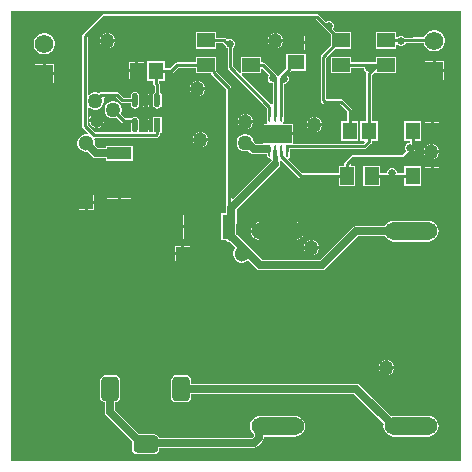
<source format=gbl>
G04*
G04 #@! TF.GenerationSoftware,Altium Limited,Altium Designer,22.3.1 (43)*
G04*
G04 Layer_Physical_Order=4*
G04 Layer_Color=16711680*
%FSLAX25Y25*%
%MOIN*%
G70*
G04*
G04 #@! TF.SameCoordinates,6ADC0360-3E08-4B8B-B3B3-E68A1261090F*
G04*
G04*
G04 #@! TF.FilePolarity,Positive*
G04*
G01*
G75*
%ADD18R,0.04331X0.08071*%
%ADD19C,0.02500*%
%ADD23R,0.06181X0.06181*%
%ADD24C,0.06181*%
%ADD25C,0.05118*%
%ADD26R,0.05118X0.05118*%
%ADD29R,0.05118X0.05118*%
%ADD31C,0.02500*%
%ADD32C,0.01000*%
G04:AMPARAMS|DCode=33|XSize=82.68mil|YSize=59.06mil|CornerRadius=14.76mil|HoleSize=0mil|Usage=FLASHONLY|Rotation=180.000|XOffset=0mil|YOffset=0mil|HoleType=Round|Shape=RoundedRectangle|*
%AMROUNDEDRECTD33*
21,1,0.08268,0.02953,0,0,180.0*
21,1,0.05315,0.05906,0,0,180.0*
1,1,0.02953,-0.02657,0.01476*
1,1,0.02953,0.02657,0.01476*
1,1,0.02953,0.02657,-0.01476*
1,1,0.02953,-0.02657,-0.01476*
%
%ADD33ROUNDEDRECTD33*%
G04:AMPARAMS|DCode=34|XSize=82.68mil|YSize=59.06mil|CornerRadius=14.76mil|HoleSize=0mil|Usage=FLASHONLY|Rotation=90.000|XOffset=0mil|YOffset=0mil|HoleType=Round|Shape=RoundedRectangle|*
%AMROUNDEDRECTD34*
21,1,0.08268,0.02953,0,0,90.0*
21,1,0.05315,0.05906,0,0,90.0*
1,1,0.02953,0.01476,0.02657*
1,1,0.02953,0.01476,-0.02657*
1,1,0.02953,-0.01476,-0.02657*
1,1,0.02953,-0.01476,0.02657*
%
%ADD34ROUNDEDRECTD34*%
%ADD35C,0.05000*%
G04:AMPARAMS|DCode=36|XSize=175.2mil|YSize=59.84mil|CornerRadius=29.92mil|HoleSize=0mil|Usage=FLASHONLY|Rotation=0.000|XOffset=0mil|YOffset=0mil|HoleType=Round|Shape=RoundedRectangle|*
%AMROUNDEDRECTD36*
21,1,0.17520,0.00000,0,0,0.0*
21,1,0.11536,0.05984,0,0,0.0*
1,1,0.05984,0.05768,0.00000*
1,1,0.05984,-0.05768,0.00000*
1,1,0.05984,-0.05768,0.00000*
1,1,0.05984,0.05768,0.00000*
%
%ADD36ROUNDEDRECTD36*%
%ADD37R,0.08071X0.04331*%
%ADD38R,0.09764X0.06496*%
%ADD39R,0.00955X0.03862*%
G04:AMPARAMS|DCode=40|XSize=38.62mil|YSize=9.55mil|CornerRadius=4.77mil|HoleSize=0mil|Usage=FLASHONLY|Rotation=90.000|XOffset=0mil|YOffset=0mil|HoleType=Round|Shape=RoundedRectangle|*
%AMROUNDEDRECTD40*
21,1,0.03862,0.00000,0,0,90.0*
21,1,0.02908,0.00955,0,0,90.0*
1,1,0.00955,0.00000,0.01454*
1,1,0.00955,0.00000,-0.01454*
1,1,0.00955,0.00000,-0.01454*
1,1,0.00955,0.00000,0.01454*
%
%ADD40ROUNDEDRECTD40*%
G04:AMPARAMS|DCode=41|XSize=47.45mil|YSize=20.86mil|CornerRadius=10.43mil|HoleSize=0mil|Usage=FLASHONLY|Rotation=90.000|XOffset=0mil|YOffset=0mil|HoleType=Round|Shape=RoundedRectangle|*
%AMROUNDEDRECTD41*
21,1,0.04745,0.00000,0,0,90.0*
21,1,0.02659,0.02086,0,0,90.0*
1,1,0.02086,0.00000,0.01330*
1,1,0.02086,0.00000,-0.01330*
1,1,0.02086,0.00000,-0.01330*
1,1,0.02086,0.00000,0.01330*
%
%ADD41ROUNDEDRECTD41*%
%ADD42R,0.02086X0.04745*%
%ADD43R,0.05938X0.04750*%
%ADD44R,0.04940X0.05733*%
%ADD45R,0.05733X0.04940*%
%ADD46R,0.04750X0.05938*%
%ADD47C,0.01200*%
%ADD48C,0.01600*%
G36*
X0Y0D02*
X-150000D01*
Y150000D01*
X0D01*
Y0D01*
D02*
G37*
%LPC*%
G36*
X-8540Y143491D02*
X-9460D01*
X-10347Y143253D01*
X-11143Y142793D01*
X-11793Y142143D01*
X-12253Y141347D01*
X-12314Y141118D01*
X-16100D01*
X-16416Y141055D01*
X-18721D01*
X-19065Y141399D01*
X-19672Y141650D01*
X-20328D01*
X-20935Y141399D01*
X-21131Y141202D01*
X-21631Y141410D01*
Y142912D01*
X-28369D01*
Y137362D01*
X-21631D01*
Y138591D01*
X-21131Y138798D01*
X-20935Y138601D01*
X-20328Y138350D01*
X-19672D01*
X-19065Y138601D01*
X-18601Y139065D01*
X-18537Y139220D01*
X-16163D01*
X-15847Y139282D01*
X-12421D01*
X-12253Y138653D01*
X-11793Y137857D01*
X-11143Y137207D01*
X-10347Y136747D01*
X-9460Y136509D01*
X-8540D01*
X-7653Y136747D01*
X-6857Y137207D01*
X-6207Y137857D01*
X-5747Y138653D01*
X-5509Y139541D01*
Y140460D01*
X-5747Y141347D01*
X-6207Y142143D01*
X-6857Y142793D01*
X-7653Y143253D01*
X-8540Y143491D01*
D02*
G37*
G36*
X-67031Y142512D02*
X-69500D01*
Y140637D01*
X-67031D01*
Y142512D01*
D02*
G37*
G36*
X-70500D02*
X-72969D01*
Y140637D01*
X-70500D01*
Y142512D01*
D02*
G37*
G36*
X-61500Y142499D02*
Y140500D01*
X-59501D01*
X-59881Y141416D01*
X-60584Y142119D01*
X-61500Y142499D01*
D02*
G37*
G36*
X-62500D02*
X-63416Y142119D01*
X-64119Y141416D01*
X-64499Y140500D01*
X-62500D01*
Y142499D01*
D02*
G37*
G36*
X-117500D02*
Y140500D01*
X-115501D01*
X-115881Y141416D01*
X-116584Y142119D01*
X-117500Y142499D01*
D02*
G37*
G36*
X-118500D02*
X-119416Y142119D01*
X-120119Y141416D01*
X-120499Y140500D01*
X-118500D01*
Y142499D01*
D02*
G37*
G36*
X-52134Y141721D02*
X-54500D01*
Y139751D01*
X-52134D01*
Y141721D01*
D02*
G37*
G36*
X-55500D02*
X-57867D01*
Y139751D01*
X-55500D01*
Y141721D01*
D02*
G37*
G36*
X-67031Y139637D02*
X-69500D01*
Y137762D01*
X-67031D01*
Y139637D01*
D02*
G37*
G36*
X-70500D02*
X-72969D01*
Y137762D01*
X-70500D01*
Y139637D01*
D02*
G37*
G36*
X-59501Y139500D02*
X-61500D01*
Y137501D01*
X-60584Y137881D01*
X-59881Y138584D01*
X-59501Y139500D01*
D02*
G37*
G36*
X-62500D02*
X-64499D01*
X-64119Y138584D01*
X-63416Y137881D01*
X-62500Y137501D01*
Y139500D01*
D02*
G37*
G36*
X-115501D02*
X-117500D01*
Y137501D01*
X-116584Y137881D01*
X-115881Y138584D01*
X-115501Y139500D01*
D02*
G37*
G36*
X-118500D02*
X-120499D01*
X-120119Y138584D01*
X-119416Y137881D01*
X-118500Y137501D01*
Y139500D01*
D02*
G37*
G36*
X-52134Y138751D02*
X-54500D01*
Y136781D01*
X-52134D01*
Y138751D01*
D02*
G37*
G36*
X-55500D02*
X-57867D01*
Y136781D01*
X-55500D01*
Y138751D01*
D02*
G37*
G36*
X-138540Y142491D02*
X-139460D01*
X-140347Y142253D01*
X-141143Y141793D01*
X-141793Y141143D01*
X-142253Y140347D01*
X-142491Y139460D01*
Y138540D01*
X-142253Y137653D01*
X-141793Y136857D01*
X-141143Y136207D01*
X-140347Y135747D01*
X-139460Y135509D01*
X-138540D01*
X-137653Y135747D01*
X-136857Y136207D01*
X-136207Y136857D01*
X-135747Y137653D01*
X-135509Y138540D01*
Y139460D01*
X-135747Y140347D01*
X-136207Y141143D01*
X-136857Y141793D01*
X-137653Y142253D01*
X-138540Y142491D01*
D02*
G37*
G36*
X-21631Y134638D02*
X-28369D01*
Y132780D01*
X-36631D01*
Y134638D01*
X-43369D01*
Y129088D01*
X-36631D01*
Y130945D01*
X-32519D01*
Y130617D01*
X-32267Y130010D01*
X-31803Y129546D01*
X-31598Y129461D01*
X-31667Y129114D01*
Y113267D01*
X-33619D01*
Y106734D01*
X-32371D01*
X-32164Y106234D01*
X-32680Y105718D01*
X-55632D01*
X-56118Y105752D01*
X-56118Y106218D01*
Y108500D01*
X-61000D01*
X-65882D01*
Y106094D01*
X-65882Y105752D01*
X-66316Y105594D01*
X-68538D01*
X-69100Y106156D01*
Y106382D01*
X-69298Y107119D01*
X-69679Y107781D01*
X-70219Y108321D01*
X-70881Y108702D01*
X-71618Y108900D01*
X-72382D01*
X-73119Y108702D01*
X-73781Y108321D01*
X-74321Y107781D01*
X-74702Y107119D01*
X-74900Y106382D01*
Y105618D01*
X-74702Y104881D01*
X-74321Y104219D01*
X-73781Y103679D01*
X-73119Y103298D01*
X-72382Y103100D01*
X-71618D01*
X-70975Y103272D01*
X-70424Y102722D01*
X-70174Y102554D01*
X-69879Y102357D01*
X-69879Y102357D01*
X-69879Y102357D01*
X-69235Y102229D01*
X-69235Y102229D01*
X-69235Y102229D01*
X-64847D01*
Y101776D01*
X-64779Y101434D01*
X-64585Y101144D01*
X-64295Y100950D01*
X-63953Y100882D01*
X-63723Y100927D01*
X-63359Y100728D01*
X-63261Y100640D01*
X-63251Y100128D01*
X-76124Y87255D01*
X-76586Y87446D01*
Y124367D01*
X-76656Y124718D01*
X-76855Y125016D01*
X-81613Y129774D01*
Y129988D01*
X-81631Y130077D01*
Y134638D01*
X-88369D01*
Y132780D01*
X-94900D01*
X-95251Y132711D01*
X-95549Y132512D01*
X-97143Y130918D01*
X-98879D01*
Y133266D01*
X-104619D01*
Y126734D01*
X-102666D01*
Y125749D01*
X-102597Y125398D01*
X-102398Y125100D01*
X-102177Y124880D01*
Y122588D01*
X-102300Y122506D01*
X-102619Y122028D01*
X-102731Y121465D01*
Y118806D01*
X-102619Y118243D01*
X-102300Y117766D01*
X-101823Y117447D01*
X-101260Y117335D01*
X-100697Y117447D01*
X-100220Y117766D01*
X-99901Y118243D01*
X-99789Y118806D01*
Y121465D01*
X-99901Y122028D01*
X-100220Y122506D01*
X-100342Y122588D01*
Y125260D01*
X-100412Y125611D01*
X-100611Y125909D01*
X-100831Y126129D01*
Y126734D01*
X-98879D01*
Y129082D01*
X-96763D01*
X-96412Y129152D01*
X-96114Y129351D01*
X-94520Y130945D01*
X-88369D01*
Y129088D01*
X-83388D01*
X-83379Y129043D01*
X-83180Y128745D01*
X-78422Y123987D01*
Y82435D01*
X-80069D01*
Y73565D01*
X-78355D01*
X-78352Y73549D01*
X-78153Y73251D01*
X-77855Y73052D01*
X-77504Y72982D01*
X-77071D01*
X-76890Y72710D01*
X-75261Y71082D01*
X-75525Y70817D01*
X-75915Y70142D01*
X-76116Y69390D01*
Y68610D01*
X-75915Y67858D01*
X-75525Y67183D01*
X-74974Y66632D01*
X-74300Y66243D01*
X-73547Y66041D01*
X-72768D01*
X-72015Y66243D01*
X-71341Y66632D01*
X-71076Y66897D01*
X-68190Y64010D01*
X-67644Y63646D01*
X-67000Y63518D01*
X-67000Y63518D01*
X-46400D01*
X-45756Y63646D01*
X-45210Y64010D01*
X-34403Y74818D01*
X-25499D01*
X-25487Y74789D01*
X-24943Y74081D01*
X-24234Y73537D01*
X-23409Y73195D01*
X-22524Y73079D01*
X-10988D01*
X-10103Y73195D01*
X-9278Y73537D01*
X-8569Y74081D01*
X-8025Y74789D01*
X-7683Y75615D01*
X-7567Y76500D01*
X-7683Y77385D01*
X-8025Y78211D01*
X-8569Y78919D01*
X-9278Y79463D01*
X-10103Y79805D01*
X-10988Y79921D01*
X-22524D01*
X-23409Y79805D01*
X-24234Y79463D01*
X-24943Y78919D01*
X-25487Y78211D01*
X-25499Y78182D01*
X-35100D01*
X-35744Y78054D01*
X-36290Y77690D01*
X-36290Y77690D01*
X-47097Y66882D01*
X-66303D01*
X-74510Y75090D01*
X-74939Y75376D01*
Y78753D01*
X-74906Y78915D01*
Y83714D01*
X-60810Y97810D01*
X-60446Y98356D01*
X-60318Y99000D01*
X-60446Y99644D01*
X-60564Y99820D01*
X-60510Y100007D01*
X-59948Y100152D01*
X-54147Y94351D01*
X-53849Y94152D01*
X-53498Y94082D01*
X-40912D01*
Y91631D01*
X-35362D01*
Y98369D01*
X-36626D01*
X-36833Y98869D01*
X-35620Y100082D01*
X-19251D01*
X-18900Y100152D01*
X-18602Y100351D01*
X-15602Y103351D01*
X-15403Y103649D01*
X-15334Y104000D01*
Y106734D01*
X-13382D01*
Y113267D01*
X-19121D01*
Y106734D01*
X-17169D01*
Y106030D01*
X-17497D01*
X-18103Y105779D01*
X-18568Y105315D01*
X-18819Y104708D01*
Y104052D01*
X-18568Y103445D01*
X-18336Y103213D01*
X-19631Y101918D01*
X-36000D01*
X-36351Y101848D01*
X-36649Y101649D01*
X-38786Y99512D01*
X-38985Y99214D01*
X-39055Y98863D01*
Y98369D01*
X-40912D01*
Y95918D01*
X-53118D01*
X-57638Y100437D01*
X-57446Y100899D01*
X-57170D01*
Y103027D01*
X-57130Y103230D01*
Y103882D01*
X-32300D01*
X-31949Y103952D01*
X-31651Y104151D01*
X-30100Y105702D01*
X-29901Y106000D01*
X-29831Y106351D01*
Y106734D01*
X-27879D01*
Y113267D01*
X-29831D01*
Y128734D01*
X-28831Y129734D01*
X-28369Y129543D01*
Y129088D01*
X-21631D01*
Y134638D01*
D02*
G37*
G36*
X-5909Y133091D02*
X-8500D01*
Y130500D01*
X-5909D01*
Y133091D01*
D02*
G37*
G36*
X-105781Y132867D02*
X-107751D01*
Y130500D01*
X-105781D01*
Y132867D01*
D02*
G37*
G36*
X-108751D02*
X-110721D01*
Y130500D01*
X-108751D01*
Y132867D01*
D02*
G37*
G36*
X-9500Y133091D02*
X-12091D01*
Y130500D01*
X-9500D01*
Y133091D01*
D02*
G37*
G36*
X-135909Y132091D02*
X-138500D01*
Y129500D01*
X-135909D01*
Y132091D01*
D02*
G37*
G36*
X-139500D02*
X-142091D01*
Y129500D01*
X-139500D01*
Y132091D01*
D02*
G37*
G36*
X-105781Y129500D02*
X-107751D01*
Y127134D01*
X-105781D01*
Y129500D01*
D02*
G37*
G36*
X-108751D02*
X-110721D01*
Y127134D01*
X-108751D01*
Y129500D01*
D02*
G37*
G36*
X-5909D02*
X-8500D01*
Y126909D01*
X-5909D01*
Y129500D01*
D02*
G37*
G36*
X-9500D02*
X-12091D01*
Y126909D01*
X-9500D01*
Y129500D01*
D02*
G37*
G36*
X-135909Y128500D02*
X-138500D01*
Y125909D01*
X-135909D01*
Y128500D01*
D02*
G37*
G36*
X-139500D02*
X-142091D01*
Y125909D01*
X-139500D01*
Y128500D01*
D02*
G37*
G36*
X-87500Y126499D02*
Y124500D01*
X-85501D01*
X-85881Y125416D01*
X-86584Y126119D01*
X-87500Y126499D01*
D02*
G37*
G36*
X-88500D02*
X-89416Y126119D01*
X-90119Y125416D01*
X-90499Y124500D01*
X-88500D01*
Y126499D01*
D02*
G37*
G36*
X-85501Y123500D02*
X-87500D01*
Y121501D01*
X-86584Y121881D01*
X-85881Y122584D01*
X-85501Y123500D01*
D02*
G37*
G36*
X-88500D02*
X-90499D01*
X-90119Y122584D01*
X-89416Y121881D01*
X-88500Y121501D01*
Y123500D01*
D02*
G37*
G36*
X-104500Y122386D02*
Y120636D01*
X-103937D01*
Y121465D01*
X-104018Y121872D01*
X-104248Y122217D01*
X-104500Y122386D01*
D02*
G37*
G36*
X-105500D02*
X-105752Y122217D01*
X-105982Y121872D01*
X-106063Y121465D01*
Y120636D01*
X-105500D01*
Y122386D01*
D02*
G37*
G36*
X-103937Y119636D02*
X-104500D01*
Y117886D01*
X-104248Y118054D01*
X-104018Y118399D01*
X-103937Y118806D01*
Y119636D01*
D02*
G37*
G36*
X-105500D02*
X-106063D01*
Y118806D01*
X-105982Y118399D01*
X-105752Y118054D01*
X-105500Y117886D01*
Y119636D01*
D02*
G37*
G36*
X-57547Y116264D02*
Y115270D01*
X-57531D01*
Y116224D01*
X-57547Y116264D01*
D02*
G37*
G36*
X-58547D02*
X-58564Y116224D01*
Y115270D01*
X-58547D01*
Y116264D01*
D02*
G37*
G36*
X-121000Y116000D02*
Y114001D01*
X-119001D01*
X-119381Y114917D01*
X-120084Y115621D01*
X-121000Y116000D01*
D02*
G37*
G36*
X-122000D02*
X-122916Y115621D01*
X-123619Y114917D01*
X-123999Y114001D01*
X-122000D01*
Y116000D01*
D02*
G37*
G36*
X-71500Y115499D02*
Y113500D01*
X-69501D01*
X-69881Y114416D01*
X-70584Y115119D01*
X-71500Y115499D01*
D02*
G37*
G36*
X-72500D02*
X-73416Y115119D01*
X-74119Y114416D01*
X-74499Y113500D01*
X-72500D01*
Y115499D01*
D02*
G37*
G36*
X-57531Y114270D02*
X-57547D01*
Y113276D01*
X-57531Y113316D01*
Y114270D01*
D02*
G37*
G36*
X-58547D02*
X-58564D01*
Y113316D01*
X-58547Y113276D01*
Y114270D01*
D02*
G37*
G36*
X-48500Y114499D02*
Y112500D01*
X-46501D01*
X-46881Y113416D01*
X-47584Y114119D01*
X-48500Y114499D01*
D02*
G37*
G36*
X-49500D02*
X-50416Y114119D01*
X-51119Y113416D01*
X-51499Y112500D01*
X-49500D01*
Y114499D01*
D02*
G37*
G36*
X-104500Y114114D02*
Y112364D01*
X-103937D01*
Y113194D01*
X-104018Y113601D01*
X-104248Y113946D01*
X-104500Y114114D01*
D02*
G37*
G36*
X-105500D02*
X-105752Y113946D01*
X-105982Y113601D01*
X-106063Y113194D01*
Y112364D01*
X-105500D01*
Y114114D01*
D02*
G37*
G36*
X-119001Y113001D02*
X-121000D01*
Y111002D01*
X-120084Y111382D01*
X-119381Y112085D01*
X-119001Y113001D01*
D02*
G37*
G36*
X-122000D02*
X-123999D01*
X-123619Y112085D01*
X-122916Y111382D01*
X-122000Y111002D01*
Y113001D01*
D02*
G37*
G36*
X-69501Y112500D02*
X-71500D01*
Y110501D01*
X-70584Y110881D01*
X-69881Y111584D01*
X-69501Y112500D01*
D02*
G37*
G36*
X-72500D02*
X-74499D01*
X-74119Y111584D01*
X-73416Y110881D01*
X-72500Y110501D01*
Y112500D01*
D02*
G37*
G36*
X-7279Y112866D02*
X-9249D01*
Y110500D01*
X-7279D01*
Y112866D01*
D02*
G37*
G36*
X-10249D02*
X-12219D01*
Y110500D01*
X-10249D01*
Y112866D01*
D02*
G37*
G36*
X-46501Y111500D02*
X-48500D01*
Y109501D01*
X-47584Y109881D01*
X-46881Y110584D01*
X-46501Y111500D01*
D02*
G37*
G36*
X-49500D02*
X-51499D01*
X-51119Y110584D01*
X-50416Y109881D01*
X-49500Y109501D01*
Y111500D01*
D02*
G37*
G36*
X-81631Y142912D02*
X-88369D01*
Y137362D01*
X-81631D01*
Y139220D01*
X-79517D01*
X-78424Y138126D01*
X-78399Y138065D01*
X-77935Y137601D01*
X-77918Y137594D01*
Y131100D01*
X-77848Y130749D01*
X-77649Y130451D01*
X-64870Y117673D01*
Y114770D01*
X-64847Y114654D01*
Y113316D01*
X-64779Y112974D01*
X-64628Y112748D01*
X-64702Y112479D01*
X-64834Y112248D01*
X-65882D01*
Y109500D01*
X-61000D01*
X-56118D01*
Y112248D01*
X-59135D01*
X-59267Y112479D01*
X-59340Y112748D01*
X-59189Y112974D01*
X-59121Y113316D01*
Y114654D01*
X-59098Y114770D01*
Y125703D01*
X-58770D01*
X-58163Y125954D01*
X-57699Y126418D01*
X-57448Y127025D01*
Y127681D01*
X-57699Y128288D01*
X-57931Y128520D01*
X-56718Y129733D01*
X-56620Y129879D01*
X-51733D01*
Y135619D01*
X-58267D01*
Y130868D01*
X-58284Y130779D01*
Y130762D01*
X-60665Y128382D01*
X-60684Y128353D01*
X-60719Y128341D01*
X-61263Y128387D01*
X-61335Y128496D01*
X-65351Y132512D01*
X-65649Y132711D01*
X-66000Y132780D01*
X-66631D01*
Y134638D01*
X-73369D01*
Y129474D01*
X-73869Y129267D01*
X-76082Y131480D01*
Y137594D01*
X-76065Y137601D01*
X-75601Y138065D01*
X-75350Y138672D01*
Y139328D01*
X-75601Y139935D01*
X-76065Y140399D01*
X-76672Y140650D01*
X-77328D01*
X-77935Y140399D01*
X-78018Y140316D01*
X-78488Y140786D01*
X-78786Y140985D01*
X-79137Y141055D01*
X-81631D01*
Y142912D01*
D02*
G37*
G36*
X-86500Y109499D02*
Y107500D01*
X-84501D01*
X-84881Y108416D01*
X-85584Y109119D01*
X-86500Y109499D01*
D02*
G37*
G36*
X-87500D02*
X-88416Y109119D01*
X-89119Y108416D01*
X-89499Y107500D01*
X-87500D01*
Y109499D01*
D02*
G37*
G36*
X-7279Y109500D02*
X-9249D01*
Y107133D01*
X-7279D01*
Y109500D01*
D02*
G37*
G36*
X-10249D02*
X-12219D01*
Y107133D01*
X-10249D01*
Y109500D01*
D02*
G37*
G36*
X-48163Y148918D02*
X-119000D01*
X-119351Y148848D01*
X-119649Y148649D01*
X-126149Y142149D01*
X-126348Y141851D01*
X-126418Y141500D01*
Y111600D01*
X-126348Y111249D01*
X-126149Y110951D01*
X-124482Y109284D01*
X-124548Y109035D01*
X-124706Y108802D01*
X-125390D01*
X-126142Y108600D01*
X-126817Y108210D01*
X-127368Y107659D01*
X-127757Y106985D01*
X-127959Y106232D01*
Y105453D01*
X-127757Y104701D01*
X-127368Y104026D01*
X-126817Y103475D01*
X-126142Y103085D01*
X-125390Y102884D01*
X-124610D01*
X-124460Y102924D01*
X-122843Y101306D01*
X-122843Y101306D01*
X-122297Y100942D01*
X-121653Y100814D01*
X-121653Y100814D01*
X-118435D01*
Y99931D01*
X-109565D01*
Y105061D01*
X-118435D01*
Y104178D01*
X-120957D01*
X-122081Y105303D01*
X-122041Y105453D01*
Y106232D01*
X-122243Y106985D01*
X-122299Y107082D01*
X-122010Y107582D01*
X-101760D01*
X-101409Y107652D01*
X-101111Y107851D01*
X-100611Y108351D01*
X-100412Y108649D01*
X-100342Y109000D01*
Y109092D01*
X-99817D01*
Y114637D01*
X-102703D01*
Y109418D01*
X-103937D01*
X-103985Y109475D01*
X-104158Y109918D01*
X-104018Y110128D01*
X-103937Y110535D01*
Y111364D01*
X-105000D01*
X-106063D01*
Y110535D01*
X-105982Y110128D01*
X-105842Y109918D01*
X-106015Y109475D01*
X-106063Y109418D01*
X-107150D01*
X-107417Y109918D01*
X-107381Y109972D01*
X-107269Y110535D01*
Y113194D01*
X-107381Y113757D01*
X-107700Y114234D01*
X-108177Y114553D01*
X-108740Y114665D01*
X-109303Y114553D01*
X-109707Y114283D01*
X-111986D01*
X-113402Y115700D01*
X-113298Y115881D01*
X-113100Y116618D01*
Y117382D01*
X-113298Y118119D01*
X-113679Y118781D01*
X-114219Y119321D01*
X-114881Y119702D01*
X-115618Y119900D01*
X-116382D01*
X-117119Y119702D01*
X-117781Y119321D01*
X-118321Y118781D01*
X-118702Y118119D01*
X-118900Y117382D01*
Y116618D01*
X-118702Y115881D01*
X-118321Y115219D01*
X-117781Y114679D01*
X-117119Y114298D01*
X-116382Y114100D01*
X-115618D01*
X-114881Y114298D01*
X-114700Y114402D01*
X-113014Y112717D01*
X-112717Y112518D01*
X-112366Y112448D01*
X-110211D01*
Y110535D01*
X-110099Y109972D01*
X-110063Y109918D01*
X-110331Y109418D01*
X-122020D01*
X-124582Y111980D01*
Y117673D01*
X-124082Y117880D01*
X-123801Y117599D01*
X-123140Y117217D01*
X-122402Y117019D01*
X-121639D01*
X-120901Y117217D01*
X-120240Y117599D01*
X-119700Y118139D01*
X-119318Y118800D01*
X-119121Y119538D01*
Y120301D01*
X-119196Y120582D01*
X-118812Y121082D01*
X-115164D01*
X-113569Y119487D01*
X-113271Y119288D01*
X-112920Y119218D01*
X-110211D01*
Y118806D01*
X-110099Y118243D01*
X-109781Y117766D01*
X-109303Y117447D01*
X-108740Y117335D01*
X-108177Y117447D01*
X-107700Y117766D01*
X-107381Y118243D01*
X-107269Y118806D01*
Y121465D01*
X-107381Y122028D01*
X-107700Y122506D01*
X-108177Y122825D01*
X-108740Y122937D01*
X-109303Y122825D01*
X-109781Y122506D01*
X-110099Y122028D01*
X-110211Y121465D01*
Y121053D01*
X-112540D01*
X-114136Y122649D01*
X-114433Y122848D01*
X-114784Y122918D01*
X-120000D01*
X-120351Y122848D01*
X-120649Y122649D01*
X-120758Y122539D01*
X-120901Y122622D01*
X-121639Y122819D01*
X-122402D01*
X-123140Y122622D01*
X-123801Y122240D01*
X-124082Y121959D01*
X-124582Y122166D01*
Y141120D01*
X-118620Y147082D01*
X-48543D01*
X-43369Y141908D01*
Y138666D01*
X-46649Y135386D01*
X-46848Y135088D01*
X-46918Y134737D01*
Y129379D01*
Y128000D01*
Y120286D01*
X-46848Y119935D01*
X-46649Y119637D01*
X-46063Y119051D01*
X-45765Y118852D01*
X-45414Y118782D01*
X-40380D01*
X-38169Y116571D01*
Y113267D01*
X-40121D01*
Y106734D01*
X-34381D01*
Y113267D01*
X-36334D01*
Y116951D01*
X-36403Y117302D01*
X-36602Y117600D01*
X-39351Y120349D01*
X-39649Y120548D01*
X-40000Y120618D01*
X-45034D01*
X-45082Y120666D01*
Y128000D01*
Y134357D01*
X-42077Y137362D01*
X-36631D01*
Y142912D01*
X-41791D01*
X-41820Y142955D01*
X-42766Y143901D01*
X-42601Y144065D01*
X-42350Y144672D01*
Y145328D01*
X-42601Y145935D01*
X-43065Y146399D01*
X-43672Y146650D01*
X-44328D01*
X-44935Y146399D01*
X-45099Y146234D01*
X-47514Y148649D01*
X-47812Y148848D01*
X-48163Y148918D01*
D02*
G37*
G36*
X-84501Y106500D02*
X-86500D01*
Y104501D01*
X-85584Y104881D01*
X-84881Y105584D01*
X-84501Y106500D01*
D02*
G37*
G36*
X-87500D02*
X-89499D01*
X-89119Y105584D01*
X-88416Y104881D01*
X-87500Y104501D01*
Y106500D01*
D02*
G37*
G36*
X-9500Y105499D02*
Y103500D01*
X-7501D01*
X-7881Y104416D01*
X-8584Y105119D01*
X-9500Y105499D01*
D02*
G37*
G36*
X-10500D02*
X-11416Y105119D01*
X-12119Y104416D01*
X-12499Y103500D01*
X-10500D01*
Y105499D01*
D02*
G37*
G36*
X-7501Y102500D02*
X-9500D01*
Y100501D01*
X-8584Y100881D01*
X-7881Y101584D01*
X-7501Y102500D01*
D02*
G37*
G36*
X-10500D02*
X-12499D01*
X-12119Y101584D01*
X-11416Y100881D01*
X-10500Y100501D01*
Y102500D01*
D02*
G37*
G36*
X-7279Y97866D02*
X-9249D01*
Y95500D01*
X-7279D01*
Y97866D01*
D02*
G37*
G36*
X-10249D02*
X-12219D01*
Y95500D01*
X-10249D01*
Y97866D01*
D02*
G37*
G36*
X-7279Y94500D02*
X-9249D01*
Y92133D01*
X-7279D01*
Y94500D01*
D02*
G37*
G36*
X-10249D02*
X-12219D01*
Y92133D01*
X-10249D01*
Y94500D01*
D02*
G37*
G36*
X-27088Y98369D02*
X-32638D01*
Y91631D01*
X-27088D01*
Y94082D01*
X-19121D01*
Y91733D01*
X-13382D01*
Y98267D01*
X-19121D01*
Y95918D01*
X-21350D01*
Y96328D01*
X-21601Y96935D01*
X-22065Y97399D01*
X-22672Y97650D01*
X-23328D01*
X-23935Y97399D01*
X-24399Y96935D01*
X-24650Y96328D01*
Y95918D01*
X-27088D01*
Y98369D01*
D02*
G37*
G36*
X-109965Y91669D02*
X-113500D01*
Y90004D01*
X-109965D01*
Y91669D01*
D02*
G37*
G36*
X-114500D02*
X-118035D01*
Y90004D01*
X-114500D01*
Y91669D01*
D02*
G37*
G36*
X-109965Y89004D02*
X-113500D01*
Y87339D01*
X-109965D01*
Y89004D01*
D02*
G37*
G36*
X-114500D02*
X-118035D01*
Y87339D01*
X-114500D01*
Y89004D01*
D02*
G37*
G36*
X-122441Y88716D02*
X-124500D01*
Y86657D01*
X-122441D01*
Y88716D01*
D02*
G37*
G36*
X-125500D02*
X-127559D01*
Y86657D01*
X-125500D01*
Y88716D01*
D02*
G37*
G36*
X-122441Y85657D02*
X-124500D01*
Y83598D01*
X-122441D01*
Y85657D01*
D02*
G37*
G36*
X-125500D02*
X-127559D01*
Y83598D01*
X-125500D01*
Y85657D01*
D02*
G37*
G36*
X-88331Y82035D02*
X-89996D01*
Y78500D01*
X-88331D01*
Y82035D01*
D02*
G37*
G36*
X-90996D02*
X-92661D01*
Y78500D01*
X-90996D01*
Y82035D01*
D02*
G37*
G36*
X-55476Y79518D02*
X-60744D01*
Y77000D01*
X-52524D01*
X-52561Y77281D01*
X-52863Y78009D01*
X-53342Y78634D01*
X-53967Y79114D01*
X-54695Y79415D01*
X-55476Y79518D01*
D02*
G37*
G36*
X-61744D02*
X-67012D01*
X-67793Y79415D01*
X-68521Y79114D01*
X-69146Y78634D01*
X-69625Y78009D01*
X-69927Y77281D01*
X-69964Y77000D01*
X-61744D01*
Y79518D01*
D02*
G37*
G36*
X-88331Y77500D02*
X-89996D01*
Y73965D01*
X-88331D01*
Y77500D01*
D02*
G37*
G36*
X-90996D02*
X-92661D01*
Y73965D01*
X-90996D01*
Y77500D01*
D02*
G37*
G36*
X-52524Y76000D02*
X-60744D01*
Y73482D01*
X-55476D01*
X-54695Y73585D01*
X-53967Y73886D01*
X-53342Y74366D01*
X-52863Y74991D01*
X-52561Y75719D01*
X-52524Y76000D01*
D02*
G37*
G36*
X-61744D02*
X-69964D01*
X-69927Y75719D01*
X-69625Y74991D01*
X-69146Y74366D01*
X-68521Y73886D01*
X-67793Y73585D01*
X-67012Y73482D01*
X-61744D01*
Y76000D01*
D02*
G37*
G36*
X-49500Y73499D02*
Y71500D01*
X-47501D01*
X-47881Y72416D01*
X-48584Y73119D01*
X-49500Y73499D01*
D02*
G37*
G36*
X-50500D02*
X-51416Y73119D01*
X-52119Y72416D01*
X-52499Y71500D01*
X-50500D01*
Y73499D01*
D02*
G37*
G36*
X-90284Y71559D02*
X-92343D01*
Y69500D01*
X-90284D01*
Y71559D01*
D02*
G37*
G36*
X-93343D02*
X-95402D01*
Y69500D01*
X-93343D01*
Y71559D01*
D02*
G37*
G36*
X-47501Y70500D02*
X-49500D01*
Y68501D01*
X-48584Y68881D01*
X-47881Y69584D01*
X-47501Y70500D01*
D02*
G37*
G36*
X-50500D02*
X-52499D01*
X-52119Y69584D01*
X-51416Y68881D01*
X-50500Y68501D01*
Y70500D01*
D02*
G37*
G36*
X-90284Y68500D02*
X-92343D01*
Y66441D01*
X-90284D01*
Y68500D01*
D02*
G37*
G36*
X-93343D02*
X-95402D01*
Y66441D01*
X-93343D01*
Y68500D01*
D02*
G37*
G36*
X-24500Y33499D02*
Y31500D01*
X-22501D01*
X-22881Y32416D01*
X-23584Y33119D01*
X-24500Y33499D01*
D02*
G37*
G36*
X-25500D02*
X-26416Y33119D01*
X-27119Y32416D01*
X-27499Y31500D01*
X-25500D01*
Y33499D01*
D02*
G37*
G36*
X-22501Y30500D02*
X-24500D01*
Y28501D01*
X-23584Y28881D01*
X-22881Y29584D01*
X-22501Y30500D01*
D02*
G37*
G36*
X-25500D02*
X-27499D01*
X-27119Y29584D01*
X-26416Y28881D01*
X-25500Y28501D01*
Y30500D01*
D02*
G37*
G36*
X-91933Y28571D02*
X-94886D01*
X-95618Y28425D01*
X-96239Y28010D01*
X-96653Y27390D01*
X-96799Y26658D01*
Y21342D01*
X-96653Y20610D01*
X-96239Y19990D01*
X-95618Y19575D01*
X-94886Y19429D01*
X-91933D01*
X-91201Y19575D01*
X-90580Y19990D01*
X-90166Y20610D01*
X-90020Y21342D01*
Y22318D01*
X-35720D01*
X-25817Y12414D01*
X-25828Y12386D01*
X-25945Y11500D01*
X-25828Y10615D01*
X-25487Y9789D01*
X-24943Y9081D01*
X-24234Y8537D01*
X-23409Y8195D01*
X-22524Y8079D01*
X-10988D01*
X-10103Y8195D01*
X-9278Y8537D01*
X-8569Y9081D01*
X-8025Y9789D01*
X-7683Y10615D01*
X-7567Y11500D01*
X-7683Y12386D01*
X-8025Y13211D01*
X-8569Y13919D01*
X-9278Y14463D01*
X-10103Y14805D01*
X-10988Y14921D01*
X-22524D01*
X-23409Y14805D01*
X-23438Y14793D01*
X-33834Y25190D01*
X-34380Y25554D01*
X-35024Y25682D01*
X-90020D01*
Y26658D01*
X-90166Y27390D01*
X-90580Y28010D01*
X-91201Y28425D01*
X-91933Y28571D01*
D02*
G37*
G36*
X-115555D02*
X-118508D01*
X-119240Y28425D01*
X-119861Y28010D01*
X-120275Y27390D01*
X-120421Y26658D01*
Y21342D01*
X-120275Y20610D01*
X-119861Y19990D01*
X-119240Y19575D01*
X-118714Y19470D01*
Y16126D01*
X-118586Y15482D01*
X-118221Y14936D01*
X-109791Y6506D01*
Y4020D01*
X-109645Y3288D01*
X-109231Y2667D01*
X-108610Y2252D01*
X-107878Y2107D01*
X-102563D01*
X-101831Y2252D01*
X-101210Y2667D01*
X-100795Y3288D01*
X-100650Y4020D01*
Y4318D01*
X-68975D01*
X-68332Y4446D01*
X-67786Y4810D01*
X-66321Y6275D01*
X-66321Y6275D01*
X-65957Y6821D01*
X-65829Y7464D01*
Y8079D01*
X-55476D01*
X-54591Y8195D01*
X-53766Y8537D01*
X-53057Y9081D01*
X-52513Y9789D01*
X-52171Y10615D01*
X-52055Y11500D01*
X-52171Y12386D01*
X-52513Y13211D01*
X-53057Y13919D01*
X-53766Y14463D01*
X-54591Y14805D01*
X-55476Y14921D01*
X-67012D01*
X-67897Y14805D01*
X-68722Y14463D01*
X-69431Y13919D01*
X-69975Y13211D01*
X-70316Y12386D01*
X-70433Y11500D01*
X-70316Y10615D01*
X-69975Y9789D01*
X-69431Y9081D01*
X-69193Y8898D01*
Y8161D01*
X-69672Y7682D01*
X-100791D01*
X-100795Y7705D01*
X-101210Y8325D01*
X-101831Y8740D01*
X-102563Y8885D01*
X-107412D01*
X-115349Y16823D01*
Y19470D01*
X-114823Y19575D01*
X-114202Y19990D01*
X-113787Y20610D01*
X-113642Y21342D01*
Y26658D01*
X-113787Y27390D01*
X-114202Y28010D01*
X-114823Y28425D01*
X-115555Y28571D01*
D02*
G37*
%LPD*%
G36*
X-64069Y128634D02*
X-64301Y128402D01*
X-64552Y127795D01*
Y127139D01*
X-64301Y126532D01*
X-63836Y126068D01*
X-63230Y125817D01*
X-62902D01*
Y118989D01*
X-63018Y118906D01*
X-63402Y118799D01*
X-73190Y128588D01*
X-72983Y129088D01*
X-66631D01*
Y130489D01*
X-66131Y130696D01*
X-64069Y128634D01*
D02*
G37*
D18*
X-90496Y78000D02*
D03*
X-77504D02*
D03*
D19*
X-30869Y130945D02*
D03*
X-17169Y104380D02*
D03*
X-44000Y145000D02*
D03*
X-59098Y127353D02*
D03*
X-23000Y96000D02*
D03*
X-20000Y140000D02*
D03*
X-77000Y139000D02*
D03*
X-62902Y127467D02*
D03*
D23*
X-9000Y130000D02*
D03*
X-139000Y129000D02*
D03*
D24*
X-9000Y140000D02*
D03*
X-139000Y139000D02*
D03*
D25*
X-125000Y105843D02*
D03*
X-73157Y69000D02*
D03*
D26*
X-125000Y86157D02*
D03*
D29*
X-92843Y69000D02*
D03*
D31*
X-76589Y84411D02*
X-62000Y99000D01*
X-76589Y78915D02*
Y84411D01*
X-75700Y73900D02*
X-67000Y65200D01*
X-93409Y24000D02*
X-93040D01*
X-121653Y102496D02*
X-114000D01*
X-125000Y105843D02*
X-121653Y102496D01*
X-69235Y103911D02*
X-64725D01*
X-71324Y106000D02*
X-69235Y103911D01*
X-77504Y78000D02*
X-76589Y78915D01*
X-72000Y106000D02*
X-71324D01*
X-106402Y5496D02*
X-105220D01*
X-117031Y16126D02*
X-106402Y5496D01*
X-117031Y16126D02*
Y24000D01*
X-105220Y5496D02*
X-104716Y6000D01*
X-68975D01*
X-93040Y24000D02*
X-35024D01*
X-22524Y11500D01*
X-67511Y7464D02*
Y9890D01*
X-68975Y6000D02*
X-67511Y7464D01*
X-65901Y11500D02*
X-61244D01*
X-67511Y9890D02*
X-65901Y11500D01*
X-22524D02*
X-16756D01*
X-67000Y65200D02*
X-46400D01*
X-35100Y76500D01*
X-16756D01*
D32*
X-59993Y101495D02*
Y103208D01*
X-60016Y103230D02*
X-59993Y103208D01*
Y101495D02*
X-53498Y95000D01*
X-84406Y131863D02*
X-82531Y129988D01*
X-85000Y131863D02*
X-84406D01*
X-82531Y129394D02*
Y129988D01*
Y129394D02*
X-77504Y124367D01*
Y78000D02*
Y124367D01*
X-125500Y111600D02*
Y141500D01*
X-119000Y148000D02*
X-48163D01*
X-125500Y141500D02*
X-119000Y148000D01*
X-48163D02*
X-42469Y142306D01*
X-53498Y95000D02*
X-38137D01*
X-40450Y140287D02*
X-38855Y138692D01*
X-42469Y142012D02*
X-40744Y140287D01*
X-40450D01*
X-42469Y142012D02*
Y142306D01*
X-46000Y134737D02*
X-40600Y140137D01*
X-61984Y114770D02*
Y127847D01*
X-66000Y131863D02*
X-61984Y127847D01*
X-57367Y130779D02*
X-55397Y132749D01*
X-57367Y130382D02*
Y130779D01*
X-55397Y132749D02*
X-55000D01*
X-60016Y127733D02*
X-57367Y130382D01*
X-60016Y114770D02*
Y127733D01*
X-55000Y132749D02*
X-54068Y133681D01*
X-46000Y129379D02*
Y134737D01*
Y128000D02*
Y129000D01*
Y120286D02*
Y128000D01*
Y129000D02*
Y129379D01*
X-45414Y119700D02*
X-40000D01*
X-46000Y120286D02*
X-45414Y119700D01*
X-40600Y140137D02*
X-40000D01*
X-64725Y103911D02*
X-63953D01*
X-40000Y131863D02*
X-28000D01*
X-58047Y104800D02*
X-32300D01*
X-77504Y73900D02*
X-75700D01*
X-37251Y110000D02*
Y116951D01*
X-40000Y119700D02*
X-37251Y116951D01*
X-70000Y131863D02*
X-66000D01*
X-125500Y111600D02*
X-122400Y108500D01*
X-101760D01*
X-101260Y109000D01*
Y111864D01*
X-38137Y95000D02*
Y98863D01*
X-36000Y101000D01*
X-19251D01*
X-16251Y104000D01*
Y110000D01*
X-29863Y95000D02*
X-16251D01*
X-25000Y140137D02*
X-16163D01*
X-16100Y140200D01*
X-9200D01*
X-9000Y140000D01*
X-85000Y140137D02*
X-79137D01*
X-77000Y138000D01*
Y131100D02*
Y138000D01*
Y131100D02*
X-63953Y118053D01*
Y114770D02*
Y118053D01*
X-101260Y120136D02*
Y125260D01*
X-101749Y125749D02*
X-101260Y125260D01*
X-101749Y125749D02*
Y130000D01*
X-94900Y131863D02*
X-85000D01*
X-96763Y130000D02*
X-94900Y131863D01*
X-101749Y130000D02*
X-96763D01*
X-28000Y131863D02*
X-25674D01*
X-30749Y129114D02*
X-28000Y131863D01*
X-30749Y110000D02*
Y129114D01*
X-25674Y131863D02*
X-25000D01*
X-30749Y106351D02*
Y110000D01*
X-32300Y104800D02*
X-30749Y106351D01*
X-58047Y103230D02*
Y104800D01*
X-63953Y103230D02*
Y103911D01*
X-114784Y122000D02*
X-112920Y120136D01*
X-120000Y122000D02*
X-114784D01*
X-112920Y120136D02*
X-108740D01*
X-122021Y119979D02*
X-120000Y122000D01*
X-122021Y119919D02*
Y119979D01*
X-112366Y113366D02*
X-109242D01*
X-116000Y117000D02*
X-112366Y113366D01*
X-108740Y111864D02*
Y112864D01*
X-109242Y113366D02*
X-108740Y112864D01*
X-77504Y73900D02*
Y78000D01*
D33*
X-105220Y5496D02*
D03*
D34*
X-117031Y24000D02*
D03*
X-93409D02*
D03*
D35*
X-118000Y140000D02*
D03*
X-10000Y103000D02*
D03*
X-62000Y140000D02*
D03*
X-49000Y112000D02*
D03*
X-72000Y106000D02*
D03*
X-122021Y119919D02*
D03*
X-116000Y117000D02*
D03*
X-121500Y113501D02*
D03*
X-50000Y71000D02*
D03*
X-88000Y124000D02*
D03*
X-87000Y107000D02*
D03*
X-72000Y113000D02*
D03*
X-25000Y31000D02*
D03*
D36*
X-61244Y11500D02*
D03*
Y76500D02*
D03*
X-16756Y11500D02*
D03*
Y76500D02*
D03*
D37*
X-114000Y102496D02*
D03*
Y89504D02*
D03*
D38*
X-61000Y109000D02*
D03*
D39*
X-58047Y103230D02*
D03*
D40*
X-60016D02*
D03*
X-61984D02*
D03*
X-63953D02*
D03*
Y114770D02*
D03*
X-61984D02*
D03*
X-60016D02*
D03*
X-58047D02*
D03*
D41*
X-101260Y120136D02*
D03*
X-105000D02*
D03*
X-108740D02*
D03*
Y111864D02*
D03*
X-105000D02*
D03*
D42*
X-101260D02*
D03*
D43*
X-85000Y131863D02*
D03*
Y140137D02*
D03*
X-70000D02*
D03*
Y131863D02*
D03*
X-40000Y140137D02*
D03*
Y131863D02*
D03*
X-25000D02*
D03*
Y140137D02*
D03*
D44*
X-30749Y110000D02*
D03*
X-37251D02*
D03*
X-108251Y130000D02*
D03*
X-101749D02*
D03*
X-16251Y95000D02*
D03*
X-9749D02*
D03*
X-16251Y110000D02*
D03*
X-9749D02*
D03*
D45*
X-55000Y132749D02*
D03*
Y139251D02*
D03*
D46*
X-38137Y95000D02*
D03*
X-29863D02*
D03*
D47*
X-62000Y101107D02*
Y103214D01*
X-61984Y103230D01*
D48*
X-62000Y99000D02*
Y101107D01*
M02*

</source>
